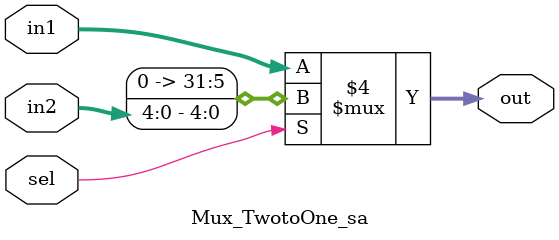
<source format=v>
`timescale 1ns / 1ps


module Mux_TwotoOne_sa(sel,in1,in2,out);
	 input  sel;        // sel=0£¬Ñ¡Ôñin1Êä³ö£¬·ñÔòÑ¡Ôñin2Êä³ö
	 input  [31:0]  in1;
	 input  [4:0]  in2;
	 output  reg  [31:0]  out;
	 
	 always@( in1 or in2 or sel) begin
		if( sel== 0 )
			out =in1;        
		else
			out = in2;      
	 end

endmodule


</source>
